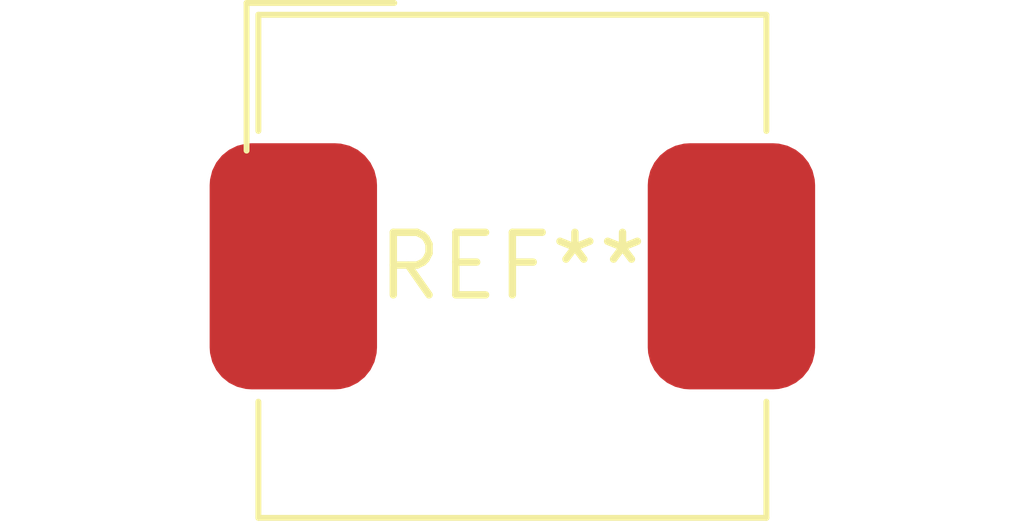
<source format=kicad_pcb>
(kicad_pcb (version 20240108) (generator pcbnew)
  (layers (0 "F.Cu" signal) (31 "B.Cu" signal) (34 "B.Paste" user) (35 "F.Paste" user) (36 "B.SilkS" user "B.Silkscreen") (37 "F.SilkS" user "F.Silkscreen") (38 "B.Mask" user) (39 "F.Mask" user) (44 "Edge.Cuts" user))
  (net 0 "")
  (footprint "L_Bourns_SRP1050WA" (layer "F.Cu") (at 0 0)
    (property "Reference" "REF**")
    (property "Value" "L_Bourns_SRP1050WA")
    (fp_line (start -5.4 -5.35) (end -2.4 -5.35) (layer "F.SilkS") (stroke (width 0.12)))
    (fp_line (start -5.4 -2.35) (end -5.4 -5.35) (layer "F.SilkS") (stroke (width 0.12)))
    (fp_line (start -5.16 -5.11) (end -5.16 -2.75) (layer "F.SilkS") (stroke (width 0.12)))
    (fp_line (start -5.16 -5.11) (end 5.16 -5.11) (layer "F.SilkS") (stroke (width 0.12)))
    (fp_line (start -5.16 2.75) (end -5.16 5.11) (layer "F.SilkS") (stroke (width 0.12)))
    (fp_line (start -5.16 5.11) (end 5.16 5.11) (layer "F.SilkS") (stroke (width 0.12)))
    (fp_line (start 5.16 -5.11) (end 5.16 -2.75) (layer "F.SilkS") (stroke (width 0.12)))
    (fp_line (start 5.16 2.75) (end 5.16 5.11) (layer "F.SilkS") (stroke (width 0.12)))
    (pad "1" smd roundrect (at -4.45 0) (size 3.4 5) (layers "F.Cu" "F.Paste" "F.Mask"))
    (pad "2" smd roundrect (at 4.45 0) (size 3.4 5) (layers "F.Cu" "F.Paste" "F.Mask"))
  )
)
</source>
